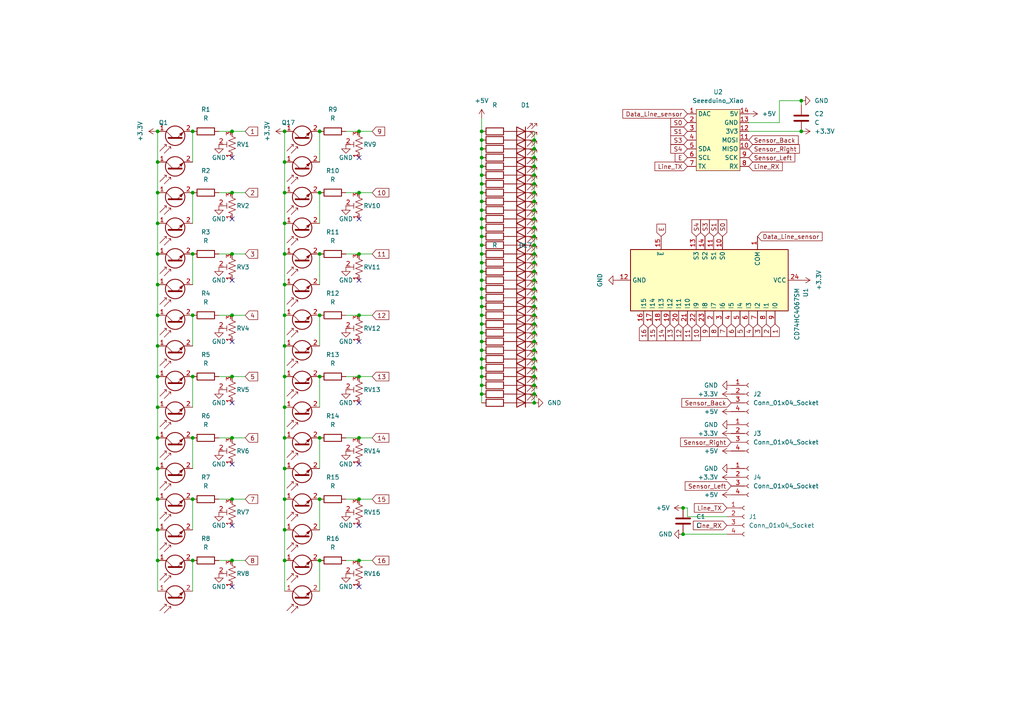
<source format=kicad_sch>
(kicad_sch (version 20230121) (generator eeschema)
  (paper "A4")
  (junction (at 82.55 135.89))
  (junction (at 154.94 68.58))
  (junction (at 154.94 73.66))
  (junction (at 198.12 147.32))
  (junction (at 139.7 83.82))
  (junction (at 154.94 83.82))
  (junction (at 154.94 81.28))
  (junction (at 139.7 48.26))
  (junction (at 82.55 153.67))
  (junction (at 45.72 82.55))
  (junction (at 104.14 109.22))
  (junction (at 92.71 73.66))
  (junction (at 67.31 55.88))
  (junction (at 232.41 29.21))
  (junction (at 92.71 127))
  (junction (at 154.94 50.8))
  (junction (at 139.7 96.52))
  (junction (at 67.31 162.56))
  (junction (at 154.94 43.18))
  (junction (at 45.72 109.22))
  (junction (at 104.14 127))
  (junction (at 67.31 109.22))
  (junction (at 82.55 46.99))
  (junction (at 45.72 162.56))
  (junction (at 67.31 144.78))
  (junction (at 154.94 93.98))
  (junction (at 139.7 60.96))
  (junction (at 45.72 144.78))
  (junction (at 154.94 101.6))
  (junction (at 82.55 100.33))
  (junction (at 104.14 144.78))
  (junction (at 139.7 76.2))
  (junction (at 92.71 55.88))
  (junction (at 154.94 78.74))
  (junction (at 45.72 127))
  (junction (at 92.71 144.78))
  (junction (at 139.7 73.66))
  (junction (at 67.31 73.66))
  (junction (at 104.14 73.66))
  (junction (at 104.14 162.56))
  (junction (at 154.94 111.76))
  (junction (at 139.7 109.22))
  (junction (at 139.7 68.58))
  (junction (at 139.7 88.9))
  (junction (at 45.72 38.1))
  (junction (at 154.94 116.84))
  (junction (at 139.7 86.36))
  (junction (at 82.55 38.1))
  (junction (at 139.7 111.76))
  (junction (at 139.7 63.5))
  (junction (at 82.55 162.56))
  (junction (at 154.94 106.68))
  (junction (at 55.88 73.66))
  (junction (at 45.72 46.99))
  (junction (at 154.94 96.52))
  (junction (at 139.7 38.1))
  (junction (at 154.94 45.72))
  (junction (at 154.94 99.06))
  (junction (at 139.7 40.64))
  (junction (at 139.7 114.3))
  (junction (at 154.94 63.5))
  (junction (at 154.94 48.26))
  (junction (at 139.7 43.18))
  (junction (at 139.7 99.06))
  (junction (at 139.7 50.8))
  (junction (at 55.88 55.88))
  (junction (at 67.31 127))
  (junction (at 139.7 101.6))
  (junction (at 104.14 91.44))
  (junction (at 67.31 38.1))
  (junction (at 45.72 118.11))
  (junction (at 139.7 71.12))
  (junction (at 45.72 135.89))
  (junction (at 154.94 53.34))
  (junction (at 154.94 88.9))
  (junction (at 55.88 127))
  (junction (at 92.71 91.44))
  (junction (at 92.71 38.1))
  (junction (at 154.94 71.12))
  (junction (at 82.55 55.88))
  (junction (at 92.71 162.56))
  (junction (at 154.94 91.44))
  (junction (at 104.14 55.88))
  (junction (at 139.7 104.14))
  (junction (at 154.94 60.96))
  (junction (at 55.88 91.44))
  (junction (at 45.72 153.67))
  (junction (at 55.88 162.56))
  (junction (at 154.94 104.14))
  (junction (at 139.7 55.88))
  (junction (at 139.7 91.44))
  (junction (at 139.7 53.34))
  (junction (at 104.14 38.1))
  (junction (at 92.71 109.22))
  (junction (at 45.72 73.66))
  (junction (at 154.94 86.36))
  (junction (at 82.55 144.78))
  (junction (at 139.7 58.42))
  (junction (at 154.94 58.42))
  (junction (at 154.94 109.22))
  (junction (at 82.55 118.11))
  (junction (at 154.94 76.2))
  (junction (at 139.7 78.74))
  (junction (at 154.94 55.88))
  (junction (at 55.88 144.78))
  (junction (at 139.7 81.28))
  (junction (at 45.72 55.88))
  (junction (at 82.55 91.44))
  (junction (at 232.41 38.1))
  (junction (at 198.12 154.94))
  (junction (at 55.88 38.1))
  (junction (at 139.7 106.68))
  (junction (at 139.7 66.04))
  (junction (at 67.31 91.44))
  (junction (at 154.94 66.04))
  (junction (at 82.55 82.55))
  (junction (at 45.72 91.44))
  (junction (at 154.94 40.64))
  (junction (at 139.7 93.98))
  (junction (at 139.7 45.72))
  (junction (at 82.55 127))
  (junction (at 45.72 100.33))
  (junction (at 82.55 73.66))
  (junction (at 45.72 64.77))
  (junction (at 55.88 109.22))
  (junction (at 82.55 64.77))
  (junction (at 82.55 109.22))
  (junction (at 154.94 114.3))
  (no_connect (at 104.14 116.84))
  (no_connect (at 104.14 81.28))
  (no_connect (at 104.14 45.72))
  (no_connect (at 104.14 152.4))
  (no_connect (at 104.14 99.06))
  (no_connect (at 67.31 152.4))
  (no_connect (at 67.31 81.28))
  (no_connect (at 67.31 116.84))
  (no_connect (at 67.31 134.62))
  (no_connect (at 67.31 99.06))
  (no_connect (at 67.31 170.18))
  (no_connect (at 104.14 63.5))
  (no_connect (at 67.31 63.5))
  (no_connect (at 104.14 170.18))
  (no_connect (at 67.31 45.72))
  (no_connect (at 104.14 134.62))
  (wire (pts (xy 82.55 46.99) (xy 82.55 55.88)))
  (wire (pts (xy 55.88 55.88) (xy 55.88 64.77)))
  (wire (pts (xy 92.71 144.78) (xy 92.71 153.67)))
  (wire (pts (xy 154.94 66.04) (xy 154.94 68.58)))
  (wire (pts (xy 45.72 64.77) (xy 45.72 73.66)))
  (wire (pts (xy 154.94 63.5) (xy 154.94 66.04)))
  (wire (pts (xy 154.94 40.64) (xy 154.94 43.18)))
  (wire (pts (xy 104.14 144.78) (xy 107.95 144.78)))
  (wire (pts (xy 45.72 162.56) (xy 45.72 171.45)))
  (wire (pts (xy 82.55 55.88) (xy 82.55 64.77)))
  (wire (pts (xy 82.55 153.67) (xy 82.55 162.56)))
  (wire (pts (xy 82.55 144.78) (xy 82.55 153.67)))
  (wire (pts (xy 55.88 109.22) (xy 55.88 118.11)))
  (wire (pts (xy 92.71 73.66) (xy 92.71 82.55)))
  (wire (pts (xy 154.94 45.72) (xy 154.94 48.26)))
  (wire (pts (xy 63.5 144.78) (xy 67.31 144.78)))
  (wire (pts (xy 154.94 43.18) (xy 154.94 45.72)))
  (wire (pts (xy 63.5 55.88) (xy 67.31 55.88)))
  (wire (pts (xy 55.88 38.1) (xy 55.88 46.99)))
  (wire (pts (xy 82.55 73.66) (xy 82.55 82.55)))
  (wire (pts (xy 139.7 83.82) (xy 139.7 86.36)))
  (wire (pts (xy 45.72 46.99) (xy 45.72 55.88)))
  (wire (pts (xy 154.94 83.82) (xy 154.94 86.36)))
  (wire (pts (xy 45.72 38.1) (xy 45.72 46.99)))
  (wire (pts (xy 63.5 91.44) (xy 67.31 91.44)))
  (wire (pts (xy 198.12 147.32) (xy 199.39 147.32)))
  (wire (pts (xy 154.94 111.76) (xy 154.94 114.3)))
  (wire (pts (xy 55.88 162.56) (xy 55.88 171.45)))
  (wire (pts (xy 82.55 135.89) (xy 82.55 144.78)))
  (wire (pts (xy 45.72 55.88) (xy 45.72 64.77)))
  (wire (pts (xy 154.94 109.22) (xy 154.94 111.76)))
  (wire (pts (xy 154.94 88.9) (xy 154.94 86.36)))
  (wire (pts (xy 154.94 60.96) (xy 154.94 63.5)))
  (wire (pts (xy 154.94 109.22) (xy 154.94 106.68)))
  (wire (pts (xy 232.41 38.1) (xy 217.17 38.1)))
  (wire (pts (xy 139.7 38.1) (xy 139.7 40.64)))
  (wire (pts (xy 139.7 104.14) (xy 139.7 106.68)))
  (wire (pts (xy 139.7 43.18) (xy 139.7 45.72)))
  (wire (pts (xy 226.06 29.21) (xy 226.06 35.56)))
  (wire (pts (xy 154.94 58.42) (xy 154.94 60.96)))
  (wire (pts (xy 100.33 55.88) (xy 104.14 55.88)))
  (wire (pts (xy 67.31 91.44) (xy 71.12 91.44)))
  (wire (pts (xy 139.7 58.42) (xy 139.7 60.96)))
  (wire (pts (xy 154.94 93.98) (xy 154.94 91.44)))
  (wire (pts (xy 45.72 135.89) (xy 45.72 144.78)))
  (wire (pts (xy 45.72 118.11) (xy 45.72 127)))
  (wire (pts (xy 139.7 91.44) (xy 139.7 93.98)))
  (wire (pts (xy 139.7 86.36) (xy 139.7 88.9)))
  (wire (pts (xy 82.55 162.56) (xy 82.55 171.45)))
  (wire (pts (xy 139.7 63.5) (xy 139.7 66.04)))
  (wire (pts (xy 104.14 55.88) (xy 107.95 55.88)))
  (wire (pts (xy 139.7 55.88) (xy 139.7 58.42)))
  (wire (pts (xy 92.71 91.44) (xy 92.71 100.33)))
  (wire (pts (xy 82.55 127) (xy 82.55 135.89)))
  (wire (pts (xy 154.94 50.8) (xy 154.94 53.34)))
  (wire (pts (xy 139.7 71.12) (xy 139.7 73.66)))
  (wire (pts (xy 104.14 38.1) (xy 107.95 38.1)))
  (wire (pts (xy 45.72 82.55) (xy 45.72 91.44)))
  (wire (pts (xy 226.06 35.56) (xy 217.17 35.56)))
  (wire (pts (xy 154.94 53.34) (xy 154.94 55.88)))
  (wire (pts (xy 199.39 147.32) (xy 199.39 149.86)))
  (wire (pts (xy 139.7 114.3) (xy 139.7 116.84)))
  (wire (pts (xy 139.7 76.2) (xy 139.7 78.74)))
  (wire (pts (xy 92.71 162.56) (xy 92.71 171.45)))
  (wire (pts (xy 154.94 81.28) (xy 154.94 78.74)))
  (wire (pts (xy 100.33 91.44) (xy 104.14 91.44)))
  (wire (pts (xy 55.88 144.78) (xy 55.88 153.67)))
  (wire (pts (xy 67.31 109.22) (xy 71.12 109.22)))
  (wire (pts (xy 139.7 101.6) (xy 139.7 104.14)))
  (wire (pts (xy 104.14 109.22) (xy 107.95 109.22)))
  (wire (pts (xy 67.31 162.56) (xy 71.12 162.56)))
  (wire (pts (xy 199.39 149.86) (xy 210.82 149.86)))
  (wire (pts (xy 154.94 101.6) (xy 154.94 104.14)))
  (wire (pts (xy 139.7 106.68) (xy 139.7 109.22)))
  (wire (pts (xy 139.7 53.34) (xy 139.7 55.88)))
  (wire (pts (xy 82.55 38.1) (xy 82.55 46.99)))
  (wire (pts (xy 45.72 127) (xy 45.72 135.89)))
  (wire (pts (xy 139.7 73.66) (xy 139.7 76.2)))
  (wire (pts (xy 232.41 30.48) (xy 232.41 29.21)))
  (wire (pts (xy 139.7 99.06) (xy 139.7 101.6)))
  (wire (pts (xy 139.7 40.64) (xy 139.7 43.18)))
  (wire (pts (xy 139.7 68.58) (xy 139.7 71.12)))
  (wire (pts (xy 139.7 96.52) (xy 139.7 99.06)))
  (wire (pts (xy 154.94 93.98) (xy 154.94 96.52)))
  (wire (pts (xy 154.94 48.26) (xy 154.94 50.8)))
  (wire (pts (xy 45.72 73.66) (xy 45.72 82.55)))
  (wire (pts (xy 67.31 73.66) (xy 71.12 73.66)))
  (wire (pts (xy 154.94 73.66) (xy 154.94 76.2)))
  (wire (pts (xy 67.31 144.78) (xy 71.12 144.78)))
  (wire (pts (xy 139.7 45.72) (xy 139.7 48.26)))
  (wire (pts (xy 45.72 153.67) (xy 45.72 162.56)))
  (wire (pts (xy 139.7 50.8) (xy 139.7 53.34)))
  (wire (pts (xy 45.72 100.33) (xy 45.72 109.22)))
  (wire (pts (xy 154.94 55.88) (xy 154.94 58.42)))
  (wire (pts (xy 104.14 73.66) (xy 107.95 73.66)))
  (wire (pts (xy 63.5 162.56) (xy 67.31 162.56)))
  (wire (pts (xy 104.14 91.44) (xy 107.95 91.44)))
  (wire (pts (xy 154.94 71.12) (xy 154.94 73.66)))
  (wire (pts (xy 55.88 127) (xy 55.88 135.89)))
  (wire (pts (xy 154.94 38.1) (xy 154.94 40.64)))
  (wire (pts (xy 67.31 38.1) (xy 71.12 38.1)))
  (wire (pts (xy 154.94 99.06) (xy 154.94 101.6)))
  (wire (pts (xy 82.55 100.33) (xy 82.55 109.22)))
  (wire (pts (xy 100.33 109.22) (xy 104.14 109.22)))
  (wire (pts (xy 92.71 38.1) (xy 92.71 46.99)))
  (wire (pts (xy 92.71 127) (xy 92.71 135.89)))
  (wire (pts (xy 154.94 104.14) (xy 154.94 106.68)))
  (wire (pts (xy 82.55 109.22) (xy 82.55 118.11)))
  (wire (pts (xy 139.7 66.04) (xy 139.7 68.58)))
  (wire (pts (xy 139.7 34.29) (xy 139.7 38.1)))
  (wire (pts (xy 63.5 127) (xy 67.31 127)))
  (wire (pts (xy 63.5 38.1) (xy 67.31 38.1)))
  (wire (pts (xy 63.5 73.66) (xy 67.31 73.66)))
  (wire (pts (xy 82.55 91.44) (xy 82.55 100.33)))
  (wire (pts (xy 139.7 109.22) (xy 139.7 111.76)))
  (wire (pts (xy 154.94 78.74) (xy 154.94 76.2)))
  (wire (pts (xy 45.72 91.44) (xy 45.72 100.33)))
  (wire (pts (xy 100.33 127) (xy 104.14 127)))
  (wire (pts (xy 63.5 109.22) (xy 67.31 109.22)))
  (wire (pts (xy 154.94 81.28) (xy 154.94 83.82)))
  (wire (pts (xy 82.55 64.77) (xy 82.55 73.66)))
  (wire (pts (xy 198.12 154.94) (xy 210.82 154.94)))
  (wire (pts (xy 154.94 68.58) (xy 154.94 71.12)))
  (wire (pts (xy 139.7 81.28) (xy 139.7 83.82)))
  (wire (pts (xy 82.55 118.11) (xy 82.55 127)))
  (wire (pts (xy 139.7 93.98) (xy 139.7 96.52)))
  (wire (pts (xy 55.88 73.66) (xy 55.88 82.55)))
  (wire (pts (xy 139.7 60.96) (xy 139.7 63.5)))
  (wire (pts (xy 154.94 91.44) (xy 154.94 88.9)))
  (wire (pts (xy 139.7 48.26) (xy 139.7 50.8)))
  (wire (pts (xy 100.33 144.78) (xy 104.14 144.78)))
  (wire (pts (xy 100.33 38.1) (xy 104.14 38.1)))
  (wire (pts (xy 82.55 82.55) (xy 82.55 91.44)))
  (wire (pts (xy 154.94 96.52) (xy 154.94 99.06)))
  (wire (pts (xy 45.72 109.22) (xy 45.72 118.11)))
  (wire (pts (xy 45.72 144.78) (xy 45.72 153.67)))
  (wire (pts (xy 100.33 162.56) (xy 104.14 162.56)))
  (wire (pts (xy 104.14 162.56) (xy 107.95 162.56)))
  (wire (pts (xy 226.06 29.21) (xy 232.41 29.21)))
  (wire (pts (xy 139.7 111.76) (xy 139.7 114.3)))
  (wire (pts (xy 67.31 55.88) (xy 71.12 55.88)))
  (wire (pts (xy 67.31 127) (xy 71.12 127)))
  (wire (pts (xy 139.7 78.74) (xy 139.7 81.28)))
  (wire (pts (xy 104.14 127) (xy 107.95 127)))
  (wire (pts (xy 154.94 114.3) (xy 154.94 116.84)))
  (wire (pts (xy 55.88 91.44) (xy 55.88 100.33)))
  (wire (pts (xy 100.33 73.66) (xy 104.14 73.66)))
  (wire (pts (xy 92.71 55.88) (xy 92.71 64.77)))
  (wire (pts (xy 92.71 109.22) (xy 92.71 118.11)))
  (wire (pts (xy 139.7 88.9) (xy 139.7 91.44)))
  (global_label "S1" (shape input) (at 207.01 68.58 90) (property "Intersheetrefs" "${INTERSHEET_REFS}" (effects hide)))
  (global_label "2" (shape input) (at 222.25 93.98 270) (property "Intersheetrefs" "${INTERSHEET_REFS}" (effects hide)))
  (global_label "11" (shape input) (at 199.39 93.98 270) (property "Intersheetrefs" "${INTERSHEET_REFS}" (effects hide)))
  (global_label "14" (shape input) (at 191.77 93.98 270) (property "Intersheetrefs" "${INTERSHEET_REFS}" (effects hide)))
  (global_label "Sensor_Left" (shape input) (at 212.09 140.97 180) (property "Intersheetrefs" "${INTERSHEET_REFS}" (effects hide)))
  (global_label "Sensor_Right" (shape input) (at 212.09 128.27 180) (property "Intersheetrefs" "${INTERSHEET_REFS}" (effects hide)))
  (global_label "10" (shape input) (at 201.93 93.98 270) (property "Intersheetrefs" "${INTERSHEET_REFS}" (effects hide)))
  (global_label "15" (shape input) (at 189.23 93.98 270) (property "Intersheetrefs" "${INTERSHEET_REFS}" (effects hide)))
  (global_label "S4" (shape input) (at 199.39 43.18 180) (property "Intersheetrefs" "${INTERSHEET_REFS}" (effects hide)))
  (global_label "8" (shape input) (at 71.12 162.56 0) (property "Intersheetrefs" "${INTERSHEET_REFS}" (effects hide)))
  (global_label "9" (shape input) (at 107.95 38.1 0) (property "Intersheetrefs" "${INTERSHEET_REFS}" (effects hide)))
  (global_label "9" (shape input) (at 204.47 93.98 270) (property "Intersheetrefs" "${INTERSHEET_REFS}" (effects hide)))
  (global_label "3" (shape input) (at 71.12 73.66 0) (property "Intersheetrefs" "${INTERSHEET_REFS}" (effects hide)))
  (global_label "2" (shape input) (at 71.12 55.88 0) (property "Intersheetrefs" "${INTERSHEET_REFS}" (effects hide)))
  (global_label "6" (shape input) (at 212.09 93.98 270) (property "Intersheetrefs" "${INTERSHEET_REFS}" (effects hide)))
  (global_label "Line_RX" (shape input) (at 210.82 152.4 180) (property "Intersheetrefs" "${INTERSHEET_REFS}" (effects hide)))
  (global_label "S0" (shape input) (at 209.55 68.58 90) (property "Intersheetrefs" "${INTERSHEET_REFS}" (effects hide)))
  (global_label "6" (shape input) (at 71.12 127 0) (property "Intersheetrefs" "${INTERSHEET_REFS}" (effects hide)))
  (global_label "12" (shape input) (at 196.85 93.98 270) (property "Intersheetrefs" "${INTERSHEET_REFS}" (effects hide)))
  (global_label "Sensor_Back" (shape input) (at 217.17 40.64 0) (property "Intersheetrefs" "${INTERSHEET_REFS}" (effects hide)))
  (global_label "12" (shape input) (at 107.95 91.44 0) (property "Intersheetrefs" "${INTERSHEET_REFS}" (effects hide)))
  (global_label "Sensor_Left" (shape input) (at 217.17 45.72 0) (property "Intersheetrefs" "${INTERSHEET_REFS}" (effects hide)))
  (global_label "11" (shape input) (at 107.95 73.66 0) (property "Intersheetrefs" "${INTERSHEET_REFS}" (effects hide)))
  (global_label "10" (shape input) (at 107.95 55.88 0) (property "Intersheetrefs" "${INTERSHEET_REFS}" (effects hide)))
  (global_label "Data_Line_sensor" (shape input) (at 219.71 68.58 0) (property "Intersheetrefs" "${INTERSHEET_REFS}" (effects hide)))
  (global_label "16" (shape input) (at 107.95 162.56 0) (property "Intersheetrefs" "${INTERSHEET_REFS}" (effects hide)))
  (global_label "1" (shape input) (at 224.79 93.98 270) (property "Intersheetrefs" "${INTERSHEET_REFS}" (effects hide)))
  (global_label "3" (shape input) (at 219.71 93.98 270) (property "Intersheetrefs" "${INTERSHEET_REFS}" (effects hide)))
  (global_label "Sensor_Back" (shape input) (at 212.09 116.84 180) (property "Intersheetrefs" "${INTERSHEET_REFS}" (effects hide)))
  (global_label "7" (shape input) (at 71.12 144.78 0) (property "Intersheetrefs" "${INTERSHEET_REFS}" (effects hide)))
  (global_label "Data_Line_sensor" (shape input) (at 199.39 33.02 180) (property "Intersheetrefs" "${INTERSHEET_REFS}" (effects hide)))
  (global_label "15" (shape input) (at 107.95 144.78 0) (property "Intersheetrefs" "${INTERSHEET_REFS}" (effects hide)))
  (global_label "S4" (shape input) (at 201.93 68.58 90) (property "Intersheetrefs" "${INTERSHEET_REFS}" (effects hide)))
  (global_label "Sensor_Right" (shape input) (at 217.17 43.18 0) (property "Intersheetrefs" "${INTERSHEET_REFS}" (effects hide)))
  (global_label "E" (shape input) (at 199.39 45.72 180) (property "Intersheetrefs" "${INTERSHEET_REFS}" (effects hide)))
  (global_label "Line_RX" (shape input) (at 217.17 48.26 0) (property "Intersheetrefs" "${INTERSHEET_REFS}" (effects hide)))
  (global_label "14" (shape input) (at 107.95 127 0) (property "Intersheetrefs" "${INTERSHEET_REFS}" (effects hide)))
  (global_label "S1" (shape input) (at 199.39 38.1 180) (property "Intersheetrefs" "${INTERSHEET_REFS}" (effects hide)))
  (global_label "S3" (shape input) (at 204.47 68.58 90) (property "Intersheetrefs" "${INTERSHEET_REFS}" (effects hide)))
  (global_label "4" (shape input) (at 71.12 91.44 0) (property "Intersheetrefs" "${INTERSHEET_REFS}" (effects hide)))
  (global_label "S3" (shape input) (at 199.39 40.64 180) (property "Intersheetrefs" "${INTERSHEET_REFS}" (effects hide)))
  (global_label "16" (shape input) (at 186.69 93.98 270) (property "Intersheetrefs" "${INTERSHEET_REFS}" (effects hide)))
  (global_label "1" (shape input) (at 71.12 38.1 0) (property "Intersheetrefs" "${INTERSHEET_REFS}" (effects hide)))
  (global_label "5" (shape input) (at 214.63 93.98 270) (property "Intersheetrefs" "${INTERSHEET_REFS}" (effects hide)))
  (global_label "Line_TX" (shape input) (at 199.39 48.26 180) (property "Intersheetrefs" "${INTERSHEET_REFS}" (effects hide)))
  (global_label "Line_TX" (shape input) (at 210.82 147.32 180) (property "Intersheetrefs" "${INTERSHEET_REFS}" (effects hide)))
  (global_label "7" (shape input) (at 209.55 93.98 270) (property "Intersheetrefs" "${INTERSHEET_REFS}" (effects hide)))
  (global_label "13" (shape input) (at 194.31 93.98 270) (property "Intersheetrefs" "${INTERSHEET_REFS}" (effects hide)))
  (global_label "5" (shape input) (at 71.12 109.22 0) (property "Intersheetrefs" "${INTERSHEET_REFS}" (effects hide)))
  (global_label "S0" (shape input) (at 199.39 35.56 180) (property "Intersheetrefs" "${INTERSHEET_REFS}" (effects hide)))
  (global_label "8" (shape input) (at 207.01 93.98 270) (property "Intersheetrefs" "${INTERSHEET_REFS}" (effects hide)))
  (global_label "4" (shape input) (at 217.17 93.98 270) (property "Intersheetrefs" "${INTERSHEET_REFS}" (effects hide)))
  (global_label "13" (shape input) (at 107.95 109.22 0) (property "Intersheetrefs" "${INTERSHEET_REFS}" (effects hide)))
  (global_label "E" (shape input) (at 191.77 68.58 90) (property "Intersheetrefs" "${INTERSHEET_REFS}" (effects hide)))
  (symbol (lib_id "power:GND") (at 198.12 154.94 270) (unit 1)
    (property "Reference" "#PWR021" (effects hide))
    (property "Value" "GND" (at 193.04 154.94 90))
  )
  (symbol (lib_id "Device:R") (at 143.51 55.88 90) (unit 1)
    (property "Reference" "R24" (effects hide))
    (property "Value" "R" (effects hide))
    (property "Footprint" "Resistor_SMD:R_0805_2012Metric" (effects hide))
  )
  (symbol (lib_id "power:GND") (at 179.07 81.28 270) (unit 1)
    (property "Reference" "#PWR023" (effects hide))
    (property "Value" "GND" (at 173.99 81.28 0))
  )
  (symbol (lib_id "power:GND") (at 100.33 95.25 0) (unit 1)
    (property "Reference" "#PWR014" (effects hide))
    (property "Value" "GND" (at 100.33 99.06 0))
  )
  (symbol (lib_id "Device:R") (at 143.51 58.42 90) (unit 1)
    (property "Reference" "R25" (effects hide))
    (property "Value" "R" (effects hide))
    (property "Footprint" "Resistor_SMD:R_0805_2012Metric" (effects hide))
  )
  (symbol (lib_id "Device:R") (at 143.51 76.2 90) (unit 1)
    (property "Reference" "R32" (effects hide))
    (property "Value" "R" (effects hide))
    (property "Footprint" "Resistor_SMD:R_0805_2012Metric" (effects hide))
  )
  (symbol (lib_id "power:+3.3V") (at 212.09 125.73 90) (unit 1)
    (property "Reference" "#PWR028" (effects hide))
    (property "Value" "+3.3V" (at 208.28 125.73 90) (effects (justify left)))
  )
  (symbol (lib_id "Device:Q_Photo_NPN") (at 50.8 67.31 90) (unit 1)
    (property "Reference" "Q4" (effects hide))
    (property "Value" "Q_Photo_NPN" (effects hide))
    (property "Footprint" "LED_THT:LED_D3.0mm_Clear" (effects hide))
  )
  (symbol (lib_id "Device:R_Potentiometer_Trim_US") (at 67.31 148.59 180) (unit 1)
    (property "Reference" "RV7" (at 68.58 148.59 0) (effects (justify right)))
    (property "Value" "R_Potentiometer_Trim_US" (effects hide))
    (property "Footprint" "Potentiometer_SMD:Potentiometer_Vishay_TS53YJ_Vertical" (effects hide))
  )
  (symbol (lib_id "Device:R_Potentiometer_Trim_US") (at 104.14 130.81 180) (unit 1)
    (property "Reference" "RV14" (at 105.41 130.81 0) (effects (justify right)))
    (property "Value" "R_Potentiometer_Trim_US" (effects hide))
    (property "Footprint" "Potentiometer_SMD:Potentiometer_Vishay_TS53YJ_Vertical" (effects hide))
  )
  (symbol (lib_id "Device:R") (at 96.52 162.56 90) (unit 1)
    (property "Reference" "R16" (at 96.52 156.21 90))
    (property "Value" "R" (at 96.52 158.75 90))
    (property "Footprint" "Resistor_SMD:R_0805_2012Metric" (effects hide))
  )
  (symbol (lib_id "Connector:Conn_01x04_Socket") (at 217.17 125.73 0) (unit 1)
    (property "Reference" "J3" (at 218.44 125.73 0) (effects (justify left)))
    (property "Value" "Conn_01x04_Socket" (at 218.44 128.27 0) (effects (justify left)))
    (property "Footprint" "Connector_PinHeader_2.54mm:PinHeader_1x04_P2.54mm_Vertical" (effects hide))
  )
  (symbol (lib_id "power:GND") (at 154.94 116.84 90) (unit 1)
    (property "Reference" "#PWR022" (effects hide))
    (property "Value" "GND" (at 158.75 116.84 90) (effects (justify right)))
  )
  (symbol (lib_id "Device:R") (at 143.51 38.1 90) (unit 1)
    (property "Reference" "R17" (effects hide))
    (property "Value" "R" (effects hide))
    (property "Footprint" "Resistor_SMD:R_0805_2012Metric" (effects hide))
  )
  (symbol (lib_id "power:GND") (at 232.41 29.21 90) (unit 1)
    (property "Reference" "#PWR035" (effects hide))
    (property "Value" "GND" (at 236.22 29.21 90) (effects (justify right)))
  )
  (symbol (lib_id "power:+5V") (at 212.09 143.51 90) (unit 1)
    (property "Reference" "#PWR032" (effects hide))
    (property "Value" "+5V" (at 208.28 143.51 90) (effects (justify left)))
  )
  (symbol (lib_id "Device:Q_Photo_NPN") (at 87.63 49.53 90) (unit 1)
    (property "Reference" "Q18" (effects hide))
    (property "Value" "Q_Photo_NPN" (effects hide))
    (property "Footprint" "LED_THT:LED_D3.0mm_Clear" (effects hide))
  )
  (symbol (lib_id "power:GND") (at 212.09 111.76 270) (unit 1)
    (property "Reference" "#PWR024" (effects hide))
    (property "Value" "GND" (at 208.28 111.76 90) (effects (justify right)))
  )
  (symbol (lib_id "power:+3.3V") (at 212.09 138.43 90) (unit 1)
    (property "Reference" "#PWR031" (effects hide))
    (property "Value" "+3.3V" (at 208.28 138.43 90) (effects (justify left)))
  )
  (symbol (lib_id "power:GND") (at 100.33 113.03 0) (unit 1)
    (property "Reference" "#PWR015" (effects hide))
    (property "Value" "GND" (at 100.33 116.84 0))
  )
  (symbol (lib_id "Device:Q_Photo_NPN") (at 87.63 58.42 90) (unit 1)
    (property "Reference" "Q19" (effects hide))
    (property "Value" "Q_Photo_NPN" (effects hide))
    (property "Footprint" "LED_THT:LED_D3.0mm_Clear" (effects hide))
  )
  (symbol (lib_id "Device:LED") (at 151.13 66.04 180) (unit 1)
    (property "Reference" "D12" (effects hide))
    (property "Value" "LED" (effects hide))
    (property "Footprint" "LED_THT:LED_D3.0mm_Clear" (effects hide))
  )
  (symbol (lib_id "Device:R") (at 143.51 43.18 90) (unit 1)
    (property "Reference" "R19" (effects hide))
    (property "Value" "R" (at 143.51 30.48 90))
    (property "Footprint" "Resistor_SMD:R_0805_2012Metric" (effects hide))
  )
  (symbol (lib_id "Device:LED") (at 151.13 81.28 180) (unit 1)
    (property "Reference" "D18" (effects hide))
    (property "Value" "LED" (effects hide))
    (property "Footprint" "LED_THT:LED_D3.0mm_Clear" (effects hide))
  )
  (symbol (lib_id "Device:Q_Photo_NPN") (at 87.63 147.32 90) (unit 1)
    (property "Reference" "Q29" (effects hide))
    (property "Value" "Q_Photo_NPN" (effects hide))
    (property "Footprint" "LED_THT:LED_D3.0mm_Clear" (effects hide))
  )
  (symbol (lib_id "Device:R") (at 143.51 86.36 90) (unit 1)
    (property "Reference" "R36" (effects hide))
    (property "Value" "R" (effects hide))
    (property "Footprint" "Resistor_SMD:R_0805_2012Metric" (effects hide))
  )
  (symbol (lib_id "Device:LED") (at 151.13 68.58 180) (unit 1)
    (property "Reference" "D13" (effects hide))
    (property "Value" "LED" (effects hide))
    (property "Footprint" "LED_THT:LED_D3.0mm_Clear" (effects hide))
  )
  (symbol (lib_id "Device:LED") (at 151.13 83.82 180) (unit 1)
    (property "Reference" "D19" (effects hide))
    (property "Value" "LED" (effects hide))
    (property "Footprint" "LED_THT:LED_D3.0mm_Clear" (effects hide))
  )
  (symbol (lib_id "Device:R") (at 143.51 104.14 90) (unit 1)
    (property "Reference" "R43" (effects hide))
    (property "Value" "R" (effects hide))
    (property "Footprint" "Resistor_SMD:R_0805_2012Metric" (effects hide))
  )
  (symbol (lib_id "Device:R") (at 143.51 91.44 90) (unit 1)
    (property "Reference" "R38" (effects hide))
    (property "Value" "R" (effects hide))
    (property "Footprint" "Resistor_SMD:R_0805_2012Metric" (effects hide))
  )
  (symbol (lib_id "Device:R_Potentiometer_Trim_US") (at 104.14 148.59 180) (unit 1)
    (property "Reference" "RV15" (at 105.41 148.59 0) (effects (justify right)))
    (property "Value" "R_Potentiometer_Trim_US" (effects hide))
    (property "Footprint" "Potentiometer_SMD:Potentiometer_Vishay_TS53YJ_Vertical" (effects hide))
  )
  (symbol (lib_id "Device:R") (at 143.51 45.72 90) (unit 1)
    (property "Reference" "R20" (effects hide))
    (property "Value" "R" (effects hide))
    (property "Footprint" "Resistor_SMD:R_0805_2012Metric" (effects hide))
  )
  (symbol (lib_id "Device:LED") (at 151.13 50.8 180) (unit 1)
    (property "Reference" "D6" (effects hide))
    (property "Value" "LED" (effects hide))
    (property "Footprint" "LED_THT:LED_D3.0mm_Clear" (effects hide))
  )
  (symbol (lib_id "Device:Q_Photo_NPN") (at 50.8 111.76 90) (unit 1)
    (property "Reference" "Q9" (effects hide))
    (property "Value" "Q_Photo_NPN" (effects hide))
    (property "Footprint" "LED_THT:LED_D3.0mm_Clear" (effects hide))
  )
  (symbol (lib_id "Device:R") (at 143.51 73.66 90) (unit 1)
    (property "Reference" "R31" (effects hide))
    (property "Value" "R" (effects hide))
    (property "Footprint" "Resistor_SMD:R_0805_2012Metric" (effects hide))
  )
  (symbol (lib_id "Connector:Conn_01x04_Socket") (at 217.17 114.3 0) (unit 1)
    (property "Reference" "J2" (at 218.44 114.3 0) (effects (justify left)))
    (property "Value" "Conn_01x04_Socket" (at 218.44 116.84 0) (effects (justify left)))
    (property "Footprint" "Connector_PinHeader_2.54mm:PinHeader_1x04_P2.54mm_Vertical" (effects hide))
  )
  (symbol (lib_id "Device:LED") (at 151.13 60.96 180) (unit 1)
    (property "Reference" "D10" (effects hide))
    (property "Value" "LED" (effects hide))
    (property "Footprint" "LED_THT:LED_D3.0mm_Clear" (effects hide))
  )
  (symbol (lib_id "power:GND") (at 63.5 113.03 0) (unit 1)
    (property "Reference" "#PWR06" (effects hide))
    (property "Value" "GND" (at 63.5 116.84 0))
  )
  (symbol (lib_id "power:+5V") (at 139.7 34.29 0) (unit 1)
    (property "Reference" "#PWR019" (effects hide))
    (property "Value" "+5V" (at 139.7 29.21 0))
  )
  (symbol (lib_id "Device:Q_Photo_NPN") (at 87.63 120.65 90) (unit 1)
    (property "Reference" "Q26" (effects hide))
    (property "Value" "Q_Photo_NPN" (effects hide))
    (property "Footprint" "LED_THT:LED_D3.0mm_Clear" (effects hide))
  )
  (symbol (lib_id "Device:R") (at 96.52 55.88 90) (unit 1)
    (property "Reference" "R10" (at 96.52 49.53 90))
    (property "Value" "R" (at 96.52 52.07 90))
    (property "Footprint" "Resistor_SMD:R_0805_2012Metric" (effects hide))
  )
  (symbol (lib_id "Device:Q_Photo_NPN") (at 50.8 173.99 90) (unit 1)
    (property "Reference" "Q16" (effects hide))
    (property "Value" "Q_Photo_NPN" (effects hide))
    (property "Footprint" "LED_THT:LED_D3.0mm_Clear" (effects hide))
  )
  (symbol (lib_id "power:GND") (at 63.5 130.81 0) (unit 1)
    (property "Reference" "#PWR07" (effects hide))
    (property "Value" "GND" (at 63.5 134.62 0))
  )
  (symbol (lib_id "Connector:Conn_01x04_Socket") (at 215.9 149.86 0) (unit 1)
    (property "Reference" "J1" (at 217.17 149.86 0) (effects (justify left)))
    (property "Value" "Conn_01x04_Socket" (at 217.17 152.4 0) (effects (justify left)))
    (property "Footprint" "Connector_JST:JST_XH_S4B-XH-A_1x04_P2.50mm_Horizontal" (effects hide))
  )
  (symbol (lib_id "Device:LED") (at 151.13 93.98 180) (unit 1)
    (property "Reference" "D23" (effects hide))
    (property "Value" "LED" (effects hide))
    (property "Footprint" "LED_THT:LED_D3.0mm_Clear" (effects hide))
  )
  (symbol (lib_id "power:+5V") (at 217.17 33.02 270) (unit 1)
    (property "Reference" "#PWR034" (effects hide))
    (property "Value" "+5V" (at 220.98 33.02 90) (effects (justify left)))
  )
  (symbol (lib_id "power:GND") (at 63.5 59.69 0) (unit 1)
    (property "Reference" "#PWR03" (effects hide))
    (property "Value" "GND" (at 63.5 63.5 0))
  )
  (symbol (lib_id "Device:Q_Photo_NPN") (at 87.63 165.1 90) (unit 1)
    (property "Reference" "Q31" (effects hide))
    (property "Value" "Q_Photo_NPN" (effects hide))
    (property "Footprint" "LED_THT:LED_D3.0mm_Clear" (effects hide))
  )
  (symbol (lib_id "Device:R_Potentiometer_Trim_US") (at 104.14 95.25 180) (unit 1)
    (property "Reference" "RV12" (at 105.41 95.25 0) (effects (justify right)))
    (property "Value" "R_Potentiometer_Trim_US" (effects hide))
    (property "Footprint" "Potentiometer_SMD:Potentiometer_Vishay_TS53YJ_Vertical" (effects hide))
  )
  (symbol (lib_id "Device:LED") (at 151.13 40.64 180) (unit 1)
    (property "Reference" "D2" (effects hide))
    (property "Value" "LED" (effects hide))
    (property "Footprint" "LED_THT:LED_D3.0mm_Clear" (effects hide))
  )
  (symbol (lib_id "Device:LED") (at 151.13 86.36 180) (unit 1)
    (property "Reference" "D20" (effects hide))
    (property "Value" "LED" (effects hide))
    (property "Footprint" "LED_THT:LED_D3.0mm_Clear" (effects hide))
  )
  (symbol (lib_id "power:GND") (at 63.5 166.37 0) (unit 1)
    (property "Reference" "#PWR09" (effects hide))
    (property "Value" "GND" (at 63.5 170.18 0))
  )
  (symbol (lib_id "Device:R_Potentiometer_Trim_US") (at 104.14 59.69 180) (unit 1)
    (property "Reference" "RV10" (at 105.41 59.69 0) (effects (justify right)))
    (property "Value" "R_Potentiometer_Trim_US" (effects hide))
    (property "Footprint" "Potentiometer_SMD:Potentiometer_Vishay_TS53YJ_Vertical" (effects hide))
  )
  (symbol (lib_id "Device:C") (at 232.41 34.29 0) (unit 1)
    (property "Reference" "C2" (at 236.22 33.02 0) (effects (justify left)))
    (property "Value" "C" (at 236.22 35.56 0) (effects (justify left)))
    (property "Footprint" "Connector_PinHeader_2.54mm:PinHeader_1x02_P2.54mm_Vertical" (effects hide))
  )
  (symbol (lib_id "Device:LED") (at 151.13 106.68 180) (unit 1)
    (property "Reference" "D28" (effects hide))
    (property "Value" "LED" (effects hide))
    (property "Footprint" "LED_THT:LED_D3.0mm_Clear" (effects hide))
  )
  (symbol (lib_id "Device:R_Potentiometer_Trim_US") (at 67.31 41.91 180) (unit 1)
    (property "Reference" "RV1" (at 68.58 41.91 0) (effects (justify right)))
    (property "Value" "R_Potentiometer_Trim_US" (effects hide))
    (property "Footprint" "Potentiometer_SMD:Potentiometer_Vishay_TS53YJ_Vertical" (effects hide))
  )
  (symbol (lib_id "Device:LED") (at 151.13 55.88 180) (unit 1)
    (property "Reference" "D8" (effects hide))
    (property "Value" "LED" (effects hide))
    (property "Footprint" "LED_THT:LED_D3.0mm_Clear" (effects hide))
  )
  (symbol (lib_id "Device:R") (at 143.51 71.12 90) (unit 1)
    (property "Reference" "R30" (effects hide))
    (property "Value" "R" (effects hide))
    (property "Footprint" "Resistor_SMD:R_0805_2012Metric" (effects hide))
  )
  (symbol (lib_id "Device:LED") (at 151.13 88.9 180) (unit 1)
    (property "Reference" "D21" (effects hide))
    (property "Value" "LED" (effects hide))
    (property "Footprint" "LED_THT:LED_D3.0mm_Clear" (effects hide))
  )
  (symbol (lib_id "power:+3.3V") (at 232.41 38.1 270) (unit 1)
    (property "Reference" "#PWR036" (effects hide))
    (property "Value" "+3.3V" (at 236.22 38.1 90) (effects (justify left)))
  )
  (symbol (lib_id "Device:R") (at 143.51 53.34 90) (unit 1)
    (property "Reference" "R23" (effects hide))
    (property "Value" "R" (effects hide))
    (property "Footprint" "Resistor_SMD:R_0805_2012Metric" (effects hide))
  )
  (symbol (lib_id "power:+5V") (at 212.09 119.38 90) (unit 1)
    (property "Reference" "#PWR026" (effects hide))
    (property "Value" "+5V" (at 208.28 119.38 90) (effects (justify left)))
  )
  (symbol (lib_id "power:GND") (at 63.5 41.91 0) (unit 1)
    (property "Reference" "#PWR02" (effects hide))
    (property "Value" "GND" (at 63.5 45.72 0))
  )
  (symbol (lib_id "Device:R") (at 143.51 99.06 90) (unit 1)
    (property "Reference" "R41" (effects hide))
    (property "Value" "R" (effects hide))
    (property "Footprint" "Resistor_SMD:R_0805_2012Metric" (effects hide))
  )
  (symbol (lib_id "Device:R") (at 143.51 66.04 90) (unit 1)
    (property "Reference" "R28" (effects hide))
    (property "Value" "R" (effects hide))
    (property "Footprint" "Resistor_SMD:R_0805_2012Metric" (effects hide))
  )
  (symbol (lib_id "power:GND") (at 63.5 95.25 0) (unit 1)
    (property "Reference" "#PWR05" (effects hide))
    (property "Value" "GND" (at 63.5 99.06 0))
  )
  (symbol (lib_id "Device:Q_Photo_NPN") (at 87.63 76.2 90) (unit 1)
    (property "Reference" "Q21" (effects hide))
    (property "Value" "Q_Photo_NPN" (effects hide))
    (property "Footprint" "LED_THT:LED_D3.0mm_Clear" (effects hide))
  )
  (symbol (lib_id "Device:R") (at 143.51 116.84 90) (unit 1)
    (property "Reference" "R48" (effects hide))
    (property "Value" "R" (effects hide))
    (property "Footprint" "Resistor_SMD:R_0805_2012Metric" (effects hide))
  )
  (symbol (lib_id "Device:LED") (at 151.13 73.66 180) (unit 1)
    (property "Reference" "D15" (effects hide))
    (property "Value" "LED" (effects hide))
    (property "Footprint" "LED_THT:LED_D3.0mm_Clear" (effects hide))
  )
  (symbol (lib_id "power:GND") (at 63.5 148.59 0) (unit 1)
    (property "Reference" "#PWR08" (effects hide))
    (property "Value" "GND" (at 63.5 152.4 0))
  )
  (symbol (lib_id "Device:R") (at 143.51 81.28 90) (unit 1)
    (property "Reference" "R34" (effects hide))
    (property "Value" "R" (effects hide))
    (property "Footprint" "Resistor_SMD:R_0805_2012Metric" (effects hide))
  )
  (symbol (lib_id "Device:Q_Photo_NPN") (at 87.63 85.09 90) (unit 1)
    (property "Reference" "Q22" (effects hide))
    (property "Value" "Q_Photo_NPN" (effects hide))
    (property "Footprint" "LED_THT:LED_D3.0mm_Clear" (effects hide))
  )
  (symbol (lib_id "seeeduino_xiao:Seeeduino_Xiao") (at 208.28 39.37 0) (unit 1)
    (property "Reference" "U2" (at 208.28 26.67 0))
    (property "Value" "Seeeduino_Xiao" (at 208.28 29.21 0))
    (property "Footprint" "Seeeduino_Xiao:seeeduinoXIAO" (effects hide))
  )
  (symbol (lib_id "Device:R_Potentiometer_Trim_US") (at 104.14 166.37 180) (unit 1)
    (property "Reference" "RV16" (at 105.41 166.37 0) (effects (justify right)))
    (property "Value" "R_Potentiometer_Trim_US" (effects hide))
    (property "Footprint" "Potentiometer_SMD:Potentiometer_Vishay_TS53YJ_Vertical" (effects hide))
  )
  (symbol (lib_id "Device:LED") (at 151.13 99.06 180) (unit 1)
    (property "Reference" "D25" (effects hide))
    (property "Value" "LED" (effects hide))
    (property "Footprint" "LED_THT:LED_D3.0mm_Clear" (effects hide))
  )
  (symbol (lib_id "Device:R") (at 143.51 96.52 90) (unit 1)
    (property "Reference" "R40" (effects hide))
    (property "Value" "R" (effects hide))
    (property "Footprint" "Resistor_SMD:R_0805_2012Metric" (effects hide))
  )
  (symbol (lib_id "Device:Q_Photo_NPN") (at 50.8 49.53 90) (unit 1)
    (property "Reference" "Q2" (effects hide))
    (property "Value" "Q_Photo_NPN" (effects hide))
    (property "Footprint" "LED_THT:LED_D3.0mm_Clear" (effects hide))
  )
  (symbol (lib_id "Device:LED") (at 151.13 91.44 180) (unit 1)
    (property "Reference" "D22" (effects hide))
    (property "Value" "LED" (effects hide))
    (property "Footprint" "LED_THT:LED_D3.0mm_Clear" (effects hide))
  )
  (symbol (lib_id "power:GND") (at 100.33 59.69 0) (unit 1)
    (property "Reference" "#PWR012" (effects hide))
    (property "Value" "GND" (at 100.33 63.5 0))
  )
  (symbol (lib_id "Device:R") (at 59.69 91.44 90) (unit 1)
    (property "Reference" "R4" (at 59.69 85.09 90))
    (property "Value" "R" (at 59.69 87.63 90))
    (property "Footprint" "Resistor_SMD:R_0805_2012Metric" (effects hide))
  )
  (symbol (lib_id "74xx:CD74HC4067SM") (at 207.01 81.28 270) (unit 1)
    (property "Reference" "U1" (at 233.68 83.4741 0) (effects (justify left)))
    (property "Value" "CD74HC4067SM" (at 231.14 83.4741 0) (effects (justify left)))
    (property "Footprint" "Package_SO:SSOP-24_5.3x8.2mm_P0.65mm" (effects hide))
    (property "Datasheet" "http://www.ti.com/lit/ds/symlink/cd74hc4067.pdf" (effects hide))
  )
  (symbol (lib_id "Device:R") (at 59.69 162.56 90) (unit 1)
    (property "Reference" "R8" (at 59.69 156.21 90))
    (property "Value" "R" (at 59.69 158.75 90))
    (property "Footprint" "Resistor_SMD:R_0805_2012Metric" (effects hide))
  )
  (symbol (lib_id "Device:R") (at 96.52 144.78 90) (unit 1)
    (property "Reference" "R15" (at 96.52 138.43 90))
    (property "Value" "R" (at 96.52 140.97 90))
    (property "Footprint" "Resistor_SMD:R_0805_2012Metric" (effects hide))
  )
  (symbol (lib_id "Device:R") (at 143.51 68.58 90) (unit 1)
    (property "Reference" "R29" (effects hide))
    (property "Value" "R" (effects hide))
    (property "Footprint" "Resistor_SMD:R_0805_2012Metric" (effects hide))
  )
  (symbol (lib_id "Device:R") (at 59.69 127 90) (unit 1)
    (property "Reference" "R6" (at 59.69 120.65 90))
    (property "Value" "R" (at 59.69 123.19 90))
    (property "Footprint" "Resistor_SMD:R_0805_2012Metric" (effects hide))
  )
  (symbol (lib_id "Device:R") (at 59.69 73.66 90) (unit 1)
    (property "Reference" "R3" (at 59.69 67.31 90))
    (property "Value" "R" (at 59.69 69.85 90))
    (property "Footprint" "Resistor_SMD:R_0805_2012Metric" (effects hide))
  )
  (symbol (lib_id "Device:R") (at 59.69 38.1 90) (unit 1)
    (property "Reference" "R1" (at 59.69 31.75 90))
    (property "Value" "R" (at 59.69 34.29 90))
    (property "Footprint" "Resistor_SMD:R_0805_2012Metric" (effects hide))
  )
  (symbol (lib_id "Device:LED") (at 151.13 111.76 180) (unit 1)
    (property "Reference" "D30" (effects hide))
    (property "Value" "LED" (effects hide))
    (property "Footprint" "LED_THT:LED_D3.0mm_Clear" (effects hide))
  )
  (symbol (lib_id "Device:R") (at 59.69 109.22 90) (unit 1)
    (property "Reference" "R5" (at 59.69 102.87 90))
    (property "Value" "R" (at 59.69 105.41 90))
    (property "Footprint" "Resistor_SMD:R_0805_2012Metric" (effects hide))
  )
  (symbol (lib_id "power:+5V") (at 198.12 147.32 90) (unit 1)
    (property "Reference" "#PWR020" (effects hide))
    (property "Value" "+5V" (at 194.31 147.32 90) (effects (justify left)))
  )
  (symbol (lib_id "Device:Q_Photo_NPN") (at 50.8 40.64 90) (unit 1)
    (property "Reference" "Q1" (at 48.7807 35.56 90) (effects (justify left)))
    (property "Value" "Q_Photo_NPN" (effects hide))
    (property "Footprint" "LED_THT:LED_D3.0mm_Clear" (effects hide))
  )
  (symbol (lib_id "Device:Q_Photo_NPN") (at 50.8 138.43 90) (unit 1)
    (property "Reference" "Q12" (effects hide))
    (property "Value" "Q_Photo_NPN" (effects hide))
    (property "Footprint" "LED_THT:LED_D3.0mm_Clear" (effects hide))
  )
  (symbol (lib_id "Device:Q_Photo_NPN") (at 50.8 147.32 90) (unit 1)
    (property "Reference" "Q13" (effects hide))
    (property "Value" "Q_Photo_NPN" (effects hide))
    (property "Footprint" "LED_THT:LED_D3.0mm_Clear" (effects hide))
  )
  (symbol (lib_id "Device:R") (at 96.52 91.44 90) (unit 1)
    (property "Reference" "R12" (at 96.52 85.09 90))
    (property "Value" "R" (at 96.52 87.63 90))
    (property "Footprint" "Resistor_SMD:R_0805_2012Metric" (effects hide))
  )
  (symbol (lib_id "Device:LED") (at 151.13 114.3 180) (unit 1)
    (property "Reference" "D31" (effects hide))
    (property "Value" "LED" (effects hide))
    (property "Footprint" "LED_THT:LED_D3.0mm_Clear" (effects hide))
  )
  (symbol (lib_id "Device:LED") (at 151.13 58.42 180) (unit 1)
    (property "Reference" "D9" (effects hide))
    (property "Value" "LED" (effects hide))
    (property "Footprint" "LED_THT:LED_D3.0mm_Clear" (effects hide))
  )
  (symbol (lib_id "Device:R_Potentiometer_Trim_US") (at 67.31 130.81 180) (unit 1)
    (property "Reference" "RV6" (at 68.58 130.81 0) (effects (justify right)))
    (property "Value" "R_Potentiometer_Trim_US" (effects hide))
    (property "Footprint" "Potentiometer_SMD:Potentiometer_Vishay_TS53YJ_Vertical" (effects hide))
  )
  (symbol (lib_id "Device:R") (at 143.51 88.9 90) (unit 1)
    (property "Reference" "R37" (effects hide))
    (property "Value" "R" (effects hide))
    (property "Footprint" "Resistor_SMD:R_0805_2012Metric" (effects hide))
  )
  (symbol (lib_id "Device:LED") (at 151.13 48.26 180) (unit 1)
    (property "Reference" "D5" (effects hide))
    (property "Value" "LED" (effects hide))
    (property "Footprint" "LED_THT:LED_D3.0mm_Clear" (effects hide))
  )
  (symbol (lib_id "Device:R_Potentiometer_Trim_US") (at 67.31 95.25 180) (unit 1)
    (property "Reference" "RV4" (at 68.58 95.25 0) (effects (justify right)))
    (property "Value" "R_Potentiometer_Trim_US" (effects hide))
    (property "Footprint" "Potentiometer_SMD:Potentiometer_Vishay_TS53YJ_Vertical" (effects hide))
  )
  (symbol (lib_id "Device:R_Potentiometer_Trim_US") (at 104.14 77.47 180) (unit 1)
    (property "Reference" "RV11" (at 105.41 77.47 0) (effects (justify right)))
    (property "Value" "R_Potentiometer_Trim_US" (effects hide))
    (property "Footprint" "Potentiometer_SMD:Potentiometer_Vishay_TS53YJ_Vertical" (effects hide))
  )
  (symbol (lib_id "Connector:Conn_01x04_Socket") (at 217.17 138.43 0) (unit 1)
    (property "Reference" "J4" (at 218.44 138.43 0) (effects (justify left)))
    (property "Value" "Conn_01x04_Socket" (at 218.44 140.97 0) (effects (justify left)))
    (property "Footprint" "Connector_PinHeader_2.54mm:PinHeader_1x04_P2.54mm_Vertical" (effects hide))
  )
  (symbol (lib_id "Device:Q_Photo_NPN") (at 87.63 138.43 90) (unit 1)
    (property "Reference" "Q28" (effects hide))
    (property "Value" "Q_Photo_NPN" (effects hide))
    (property "Footprint" "LED_THT:LED_D3.0mm_Clear" (effects hide))
  )
  (symbol (lib_id "Device:LED") (at 151.13 109.22 180) (unit 1)
    (property "Reference" "D29" (effects hide))
    (property "Value" "LED" (effects hide))
    (property "Footprint" "LED_THT:LED_D3.0mm_Clear" (effects hide))
  )
  (symbol (lib_id "Device:LED") (at 151.13 76.2 180) (unit 1)
    (property "Reference" "D16" (effects hide))
    (property "Value" "LED" (effects hide))
    (property "Footprint" "LED_THT:LED_D3.0mm_Clear" (effects hide))
  )
  (symbol (lib_id "Device:R") (at 143.51 114.3 90) (unit 1)
    (property "Reference" "R47" (effects hide))
    (property "Value" "R" (effects hide))
    (property "Footprint" "Resistor_SMD:R_0805_2012Metric" (effects hide))
  )
  (symbol (lib_id "power:GND") (at 212.09 123.19 270) (unit 1)
    (property "Reference" "#PWR027" (effects hide))
    (property "Value" "GND" (at 208.28 123.19 90) (effects (justify right)))
  )
  (symbol (lib_id "power:+3.3V") (at 232.41 81.28 270) (unit 1)
    (property "Reference" "#PWR033" (effects hide))
    (property "Value" "+3.3V" (at 237.49 81.28 0))
  )
  (symbol (lib_id "Device:R") (at 96.52 38.1 90) (unit 1)
    (property "Reference" "R9" (at 96.52 31.75 90))
    (property "Value" "R" (at 96.52 34.29 90))
    (property "Footprint" "Resistor_SMD:R_0805_2012Metric" (effects hide))
  )
  (symbol (lib_id "Device:R") (at 143.51 106.68 90) (unit 1)
    (property "Reference" "R44" (effects hide))
    (property "Value" "R" (effects hide))
    (property "Footprint" "Resistor_SMD:R_0805_2012Metric" (effects hide))
  )
  (symbol (lib_id "Device:LED") (at 151.13 53.34 180) (unit 1)
    (property "Reference" "D7" (effects hide))
    (property "Value" "LED" (effects hide))
    (property "Footprint" "LED_THT:LED_D3.0mm_Clear" (effects hide))
  )
  (symbol (lib_id "Device:Q_Photo_NPN") (at 50.8 120.65 90) (unit 1)
    (property "Reference" "Q10" (effects hide))
    (property "Value" "Q_Photo_NPN" (effects hide))
    (property "Footprint" "LED_THT:LED_D3.0mm_Clear" (effects hide))
  )
  (symbol (lib_id "Device:R") (at 96.52 109.22 90) (unit 1)
    (property "Reference" "R13" (at 96.52 102.87 90))
    (property "Value" "R" (at 96.52 105.41 90))
    (property "Footprint" "Resistor_SMD:R_0805_2012Metric" (effects hide))
  )
  (symbol (lib_id "Device:R") (at 96.52 73.66 90) (unit 1)
    (property "Reference" "R11" (at 96.52 67.31 90))
    (property "Value" "R" (at 96.52 69.85 90))
    (property "Footprint" "Resistor_SMD:R_0805_2012Metric" (effects hide))
  )
  (symbol (lib_id "Device:Q_Photo_NPN") (at 50.8 58.42 90) (unit 1)
    (property "Reference" "Q3" (effects hide))
    (property "Value" "Q_Photo_NPN" (effects hide))
    (property "Footprint" "LED_THT:LED_D3.0mm_Clear" (effects hide))
  )
  (symbol (lib_id "Device:R") (at 143.51 78.74 90) (unit 1)
    (property "Reference" "R33" (effects hide))
    (property "Value" "R" (effects hide))
    (property "Footprint" "Resistor_SMD:R_0805_2012Metric" (effects hide))
  )
  (symbol (lib_id "Device:Q_Photo_NPN") (at 87.63 156.21 90) (unit 1)
    (property "Reference" "Q30" (effects hide))
    (property "Value" "Q_Photo_NPN" (effects hide))
    (property "Footprint" "LED_THT:LED_D3.0mm_Clear" (effects hide))
  )
  (symbol (lib_id "Device:R") (at 59.69 144.78 90) (unit 1)
    (property "Reference" "R7" (at 59.69 138.43 90))
    (property "Value" "R" (at 59.69 140.97 90))
    (property "Footprint" "Resistor_SMD:R_0805_2012Metric" (effects hide))
  )
  (symbol (lib_id "Device:R") (at 143.51 50.8 90) (unit 1)
    (property "Reference" "R22" (effects hide))
    (property "Value" "R" (effects hide))
    (property "Footprint" "Resistor_SMD:R_0805_2012Metric" (effects hide))
  )
  (symbol (lib_id "Device:LED") (at 151.13 101.6 180) (unit 1)
    (property "Reference" "D26" (effects hide))
    (property "Value" "LED" (effects hide))
    (property "Footprint" "LED_THT:LED_D3.0mm_Clear" (effects hide))
  )
  (symbol (lib_id "Device:Q_Photo_NPN") (at 50.8 165.1 90) (unit 1)
    (property "Reference" "Q15" (effects hide))
    (property "Value" "Q_Photo_NPN" (effects hide))
    (property "Footprint" "LED_THT:LED_D3.0mm_Clear" (effects hide))
  )
  (symbol (lib_id "Device:Q_Photo_NPN") (at 87.63 173.99 90) (unit 1)
    (property "Reference" "Q32" (effects hide))
    (property "Value" "Q_Photo_NPN" (effects hide))
    (property "Footprint" "LED_THT:LED_D3.0mm_Clear" (effects hide))
  )
  (symbol (lib_id "Device:R_Potentiometer_Trim_US") (at 67.31 77.47 180) (unit 1)
    (property "Reference" "RV3" (at 68.58 77.47 0) (effects (justify right)))
    (property "Value" "R_Potentiometer_Trim_US" (effects hide))
    (property "Footprint" "Potentiometer_SMD:Potentiometer_Vishay_TS53YJ_Vertical" (effects hide))
  )
  (symbol (lib_id "power:+3.3V") (at 82.55 38.1 90) (unit 1)
    (property "Reference" "#PWR010" (effects hide))
    (property "Value" "+3.3V" (at 77.47 38.1 0))
  )
  (symbol (lib_id "Device:LED") (at 151.13 43.18 180) (unit 1)
    (property "Reference" "D3" (effects hide))
    (property "Value" "LED" (effects hide))
    (property "Footprint" "LED_THT:LED_D3.0mm_Clear" (effects hide))
  )
  (symbol (lib_id "Device:Q_Photo_NPN") (at 87.63 67.31 90) (unit 1)
    (property "Reference" "Q20" (effects hide))
    (property "Value" "Q_Photo_NPN" (effects hide))
    (property "Footprint" "LED_THT:LED_D3.0mm_Clear" (effects hide))
  )
  (symbol (lib_id "Device:R_Potentiometer_Trim_US") (at 67.31 59.69 180) (unit 1)
    (property "Reference" "RV2" (at 68.58 59.69 0) (effects (justify right)))
    (property "Value" "R_Potentiometer_Trim_US" (effects hide))
    (property "Footprint" "Potentiometer_SMD:Potentiometer_Vishay_TS53YJ_Vertical" (effects hide))
  )
  (symbol (lib_id "Device:Q_Photo_NPN") (at 50.8 93.98 90) (unit 1)
    (property "Reference" "Q7" (effects hide))
    (property "Value" "Q_Photo_NPN" (effects hide))
    (property "Footprint" "LED_THT:LED_D3.0mm_Clear" (effects hide))
  )
  (symbol (lib_id "power:GND") (at 100.33 148.59 0) (unit 1)
    (property "Reference" "#PWR017" (effects hide))
    (property "Value" "GND" (at 100.33 152.4 0))
  )
  (symbol (lib_id "Device:R_Potentiometer_Trim_US") (at 104.14 113.03 180) (unit 1)
    (property "Reference" "RV13" (at 105.41 113.03 0) (effects (justify right)))
    (property "Value" "R_Potentiometer_Trim_US" (effects hide))
    (property "Footprint" "Potentiometer_SMD:Potentiometer_Vishay_TS53YJ_Vertical" (effects hide))
  )
  (symbol (lib_id "Device:LED") (at 151.13 63.5 180) (unit 1)
    (property "Reference" "D11" (effects hide))
    (property "Value" "LED" (effects hide))
    (property "Footprint" "LED_THT:LED_D3.0mm_Clear" (effects hide))
  )
  (symbol (lib_id "Device:R_Potentiometer_Trim_US") (at 104.14 41.91 180) (unit 1)
    (property "Reference" "RV9" (at 105.41 41.91 0) (effects (justify right)))
    (property "Value" "R_Potentiometer_Trim_US" (effects hide))
    (property "Footprint" "Potentiometer_SMD:Potentiometer_Vishay_TS53YJ_Vertical" (effects hide))
  )
  (symbol (lib_id "Device:R") (at 59.69 55.88 90) (unit 1)
    (property "Reference" "R2" (at 59.69 49.53 90))
    (property "Value" "R" (at 59.69 52.07 90))
    (property "Footprint" "Resistor_SMD:R_0805_2012Metric" (effects hide))
  )
  (symbol (lib_id "Device:R_Potentiometer_Trim_US") (at 67.31 113.03 180) (unit 1)
    (property "Reference" "RV5" (at 68.58 113.03 0) (effects (justify right)))
    (property "Value" "R_Potentiometer_Trim_US" (effects hide))
    (property "Footprint" "Potentiometer_SMD:Potentiometer_Vishay_TS53YJ_Vertical" (effects hide))
  )
  (symbol (lib_id "power:+5V") (at 212.09 130.81 90) (unit 1)
    (property "Reference" "#PWR029" (effects hide))
    (property "Value" "+5V" (at 208.28 130.81 90) (effects (justify left)))
  )
  (symbol (lib_id "power:GND") (at 100.33 77.47 0) (unit 1)
    (property "Reference" "#PWR013" (effects hide))
    (property "Value" "GND" (at 100.33 81.28 0))
  )
  (symbol (lib_id "Device:LED") (at 151.13 116.84 180) (unit 1)
    (property "Reference" "D32" (effects hide))
    (property "Value" "LED" (effects hide))
    (property "Footprint" "LED_THT:LED_D3.0mm_Clear" (effects hide))
  )
  (symbol (lib_id "Device:Q_Photo_NPN") (at 87.63 40.64 90) (unit 1)
    (property "Reference" "Q17" (at 85.6107 35.56 90) (effects (justify left)))
    (property "Value" "Q_Photo_NPN" (effects hide))
    (property "Footprint" "LED_THT:LED_D3.0mm_Clear" (effects hide))
  )
  (symbol (lib_id "Device:Q_Photo_NPN") (at 50.8 156.21 90) (unit 1)
    (property "Reference" "Q14" (effects hide))
    (property "Value" "Q_Photo_NPN" (effects hide))
    (property "Footprint" "LED_THT:LED_D3.0mm_Clear" (effects hide))
  )
  (symbol (lib_id "power:GND") (at 100.33 41.91 0) (unit 1)
    (property "Reference" "#PWR011" (effects hide))
    (property "Value" "GND" (at 100.33 45.72 0))
  )
  (symbol (lib_id "Device:Q_Photo_NPN") (at 87.63 111.76 90) (unit 1)
    (property "Reference" "Q25" (effects hide))
    (property "Value" "Q_Photo_NPN" (effects hide))
    (property "Footprint" "LED_THT:LED_D3.0mm_Clear" (effects hide))
  )
  (symbol (lib_id "Device:LED") (at 151.13 45.72 180) (unit 1)
    (property "Reference" "D4" (effects hide))
    (property "Value" "LED" (effects hide))
    (property "Footprint" "LED_THT:LED_D3.0mm_Clear" (effects hide))
  )
  (symbol (lib_id "Device:LED") (at 151.13 104.14 180) (unit 1)
    (property "Reference" "D27" (effects hide))
    (property "Value" "LED" (effects hide))
    (property "Footprint" "LED_THT:LED_D3.0mm_Clear" (effects hide))
  )
  (symbol (lib_id "power:+3.3V") (at 45.72 38.1 90) (unit 1)
    (property "Reference" "#PWR01" (effects hide))
    (property "Value" "+3.3V" (at 40.64 38.1 0))
  )
  (symbol (lib_id "Device:R") (at 143.51 101.6 90) (unit 1)
    (property "Reference" "R42" (effects hide))
    (property "Value" "R" (effects hide))
    (property "Footprint" "Resistor_SMD:R_0805_2012Metric" (effects hide))
  )
  (symbol (lib_id "Device:LED") (at 151.13 78.74 180) (unit 1)
    (property "Reference" "D17" (at 152.4 71.12 0))
    (property "Value" "LED" (effects hide))
    (property "Footprint" "LED_THT:LED_D3.0mm_Clear" (effects hide))
  )
  (symbol (lib_id "Device:R_Potentiometer_Trim_US") (at 67.31 166.37 180) (unit 1)
    (property "Reference" "RV8" (at 68.58 166.37 0) (effects (justify right)))
    (property "Value" "R_Potentiometer_Trim_US" (effects hide))
    (property "Footprint" "Potentiometer_SMD:Potentiometer_Vishay_TS53YJ_Vertical" (effects hide))
  )
  (symbol (lib_id "Device:Q_Photo_NPN") (at 87.63 93.98 90) (unit 1)
    (property "Reference" "Q23" (effects hide))
    (property "Value" "Q_Photo_NPN" (effects hide))
    (property "Footprint" "LED_THT:LED_D3.0mm_Clear" (effects hide))
  )
  (symbol (lib_id "power:GND") (at 100.33 166.37 0) (unit 1)
    (property "Reference" "#PWR018" (effects hide))
    (property "Value" "GND" (at 100.33 170.18 0))
  )
  (symbol (lib_id "Device:C") (at 198.12 151.13 0) (unit 1)
    (property "Reference" "C1" (at 201.93 149.86 0) (effects (justify left)))
    (property "Value" "C" (at 201.93 152.4 0) (effects (justify left)))
    (property "Footprint" "Connector_PinHeader_2.54mm:PinHeader_1x02_P2.54mm_Vertical" (effects hide))
  )
  (symbol (lib_id "Device:Q_Photo_NPN") (at 50.8 76.2 90) (unit 1)
    (property "Reference" "Q5" (effects hide))
    (property "Value" "Q_Photo_NPN" (effects hide))
    (property "Footprint" "LED_THT:LED_D3.0mm_Clear" (effects hide))
  )
  (symbol (lib_id "power:GND") (at 63.5 77.47 0) (unit 1)
    (property "Reference" "#PWR04" (effects hide))
    (property "Value" "GND" (at 63.5 81.28 0))
  )
  (symbol (lib_id "Device:Q_Photo_NPN") (at 87.63 129.54 90) (unit 1)
    (property "Reference" "Q27" (effects hide))
    (property "Value" "Q_Photo_NPN" (effects hide))
    (property "Footprint" "LED_THT:LED_D3.0mm_Clear" (effects hide))
  )
  (symbol (lib_id "Device:R") (at 143.51 83.82 90) (unit 1)
    (property "Reference" "R35" (effects hide))
    (property "Value" "R" (at 143.51 71.12 90))
    (property "Footprint" "Resistor_SMD:R_0805_2012Metric" (effects hide))
  )
  (symbol (lib_id "Device:Q_Photo_NPN") (at 50.8 85.09 90) (unit 1)
    (property "Reference" "Q6" (effects hide))
    (property "Value" "Q_Photo_NPN" (effects hide))
    (property "Footprint" "LED_THT:LED_D3.0mm_Clear" (effects hide))
  )
  (symbol (lib_id "Device:R") (at 143.51 48.26 90) (unit 1)
    (property "Reference" "R21" (effects hide))
    (property "Value" "R" (effects hide))
    (property "Footprint" "Resistor_SMD:R_0805_2012Metric" (effects hide))
  )
  (symbol (lib_id "Device:R") (at 143.51 111.76 90) (unit 1)
    (property "Reference" "R46" (effects hide))
    (property "Value" "R" (effects hide))
    (property "Footprint" "Resistor_SMD:R_0805_2012Metric" (effects hide))
  )
  (symbol (lib_id "Device:R") (at 143.51 40.64 90) (unit 1)
    (property "Reference" "R18" (effects hide))
    (property "Value" "R" (effects hide))
    (property "Footprint" "Resistor_SMD:R_0805_2012Metric" (effects hide))
  )
  (symbol (lib_id "power:+3.3V") (at 212.09 114.3 90) (unit 1)
    (property "Reference" "#PWR025" (effects hide))
    (property "Value" "+3.3V" (at 208.28 114.3 90) (effects (justify left)))
  )
  (symbol (lib_id "Device:LED") (at 151.13 38.1 180) (unit 1)
    (property "Reference" "D1" (at 152.4 30.48 0))
    (property "Value" "LED" (effects hide))
    (property "Footprint" "LED_THT:LED_D3.0mm_Clear" (effects hide))
  )
  (symbol (lib_id "Device:R") (at 96.52 127 90) (unit 1)
    (property "Reference" "R14" (at 96.52 120.65 90))
    (property "Value" "R" (at 96.52 123.19 90))
    (property "Footprint" "Resistor_SMD:R_0805_2012Metric" (effects hide))
  )
  (symbol (lib_id "power:GND") (at 100.33 130.81 0) (unit 1)
    (property "Reference" "#PWR016" (effects hide))
    (property "Value" "GND" (at 100.33 134.62 0))
  )
  (symbol (lib_id "Device:R") (at 143.51 109.22 90) (unit 1)
    (property "Reference" "R45" (effects hide))
    (property "Value" "R" (effects hide))
    (property "Footprint" "Resistor_SMD:R_0805_2012Metric" (effects hide))
  )
  (symbol (lib_id "Device:R") (at 143.51 93.98 90) (unit 1)
    (property "Reference" "R39" (effects hide))
    (property "Value" "R" (effects hide))
    (property "Footprint" "Resistor_SMD:R_0805_2012Metric" (effects hide))
  )
  (symbol (lib_id "power:GND") (at 212.09 135.89 270) (unit 1)
    (property "Reference" "#PWR030" (effects hide))
    (property "Value" "GND" (at 208.28 135.89 90) (effects (justify right)))
  )
  (symbol (lib_id "Device:LED") (at 151.13 96.52 180) (unit 1)
    (property "Reference" "D24" (effects hide))
    (property "Value" "LED" (effects hide))
    (property "Footprint" "LED_THT:LED_D3.0mm_Clear" (effects hide))
  )
  (symbol (lib_id "Device:Q_Photo_NPN") (at 50.8 129.54 90) (unit 1)
    (property "Reference" "Q11" (effects hide))
    (property "Value" "Q_Photo_NPN" (effects hide))
    (property "Footprint" "LED_THT:LED_D3.0mm_Clear" (effects hide))
  )
  (symbol (lib_id "Device:R") (at 143.51 60.96 90) (unit 1)
    (property "Reference" "R26" (effects hide))
    (property "Value" "R" (effects hide))
    (property "Footprint" "Resistor_SMD:R_0805_2012Metric" (effects hide))
  )
  (symbol (lib_id "Device:R") (at 143.51 63.5 90) (unit 1)
    (property "Reference" "R27" (effects hide))
    (property "Value" "R" (effects hide))
    (property "Footprint" "Resistor_SMD:R_0805_2012Metric" (effects hide))
  )
  (symbol (lib_id "Device:Q_Photo_NPN") (at 87.63 102.87 90) (unit 1)
    (property "Reference" "Q24" (effects hide))
    (property "Value" "Q_Photo_NPN" (effects hide))
    (property "Footprint" "LED_THT:LED_D3.0mm_Clear" (effects hide))
  )
  (symbol (lib_id "Device:Q_Photo_NPN") (at 50.8 102.87 90) (unit 1)
    (property "Reference" "Q8" (effects hide))
    (property "Value" "Q_Photo_NPN" (effects hide))
    (property "Footprint" "LED_THT:LED_D3.0mm_Clear" (effects hide))
  )
  (symbol (lib_id "Device:LED") (at 151.13 71.12 180) (unit 1)
    (property "Reference" "D14" (effects hide))
    (property "Value" "LED" (effects hide))
    (property "Footprint" "LED_THT:LED_D3.0mm_Clear" (effects hide))
  )
)
</source>
